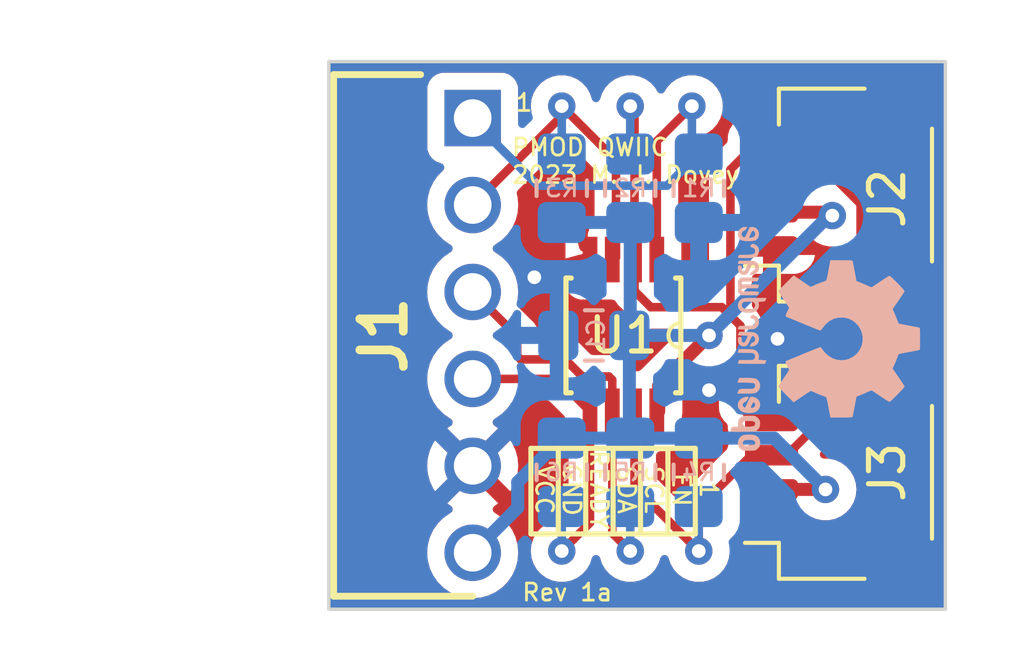
<source format=kicad_pcb>
(kicad_pcb (version 20221018) (generator pcbnew)
  (layers (0 "F.Cu" signal) (31 "B.Cu" signal) (34 "B.Paste" user) (35 "F.Paste" user) (36 "B.SilkS" user "B.Silkscreen") (37 "F.SilkS" user "F.Silkscreen") (38 "B.Mask" user) (39 "F.Mask" user) (44 "Edge.Cuts" user))
  (net 0 "")
  (net 1 "/3V3")
  (net 2 "/GND")
  (net 3 "/EN")
  (net 4 "/READY")
  (net 5 "/SDA_IN")
  (net 6 "/SCL_IN")
  (net 7 "/SCL_OUT")
  (net 8 "/SDA_OUT")
  (footprint "Digilent:PMOD (6 Pin)" (layer "F.Cu") (at 122.3 65.45 90)
    (fp_text reference "J1" (at 6.35 -2.6 90) (layer "F.SilkS") (effects (font (size 1.27 1.27) (thickness 0.254))))
    (fp_text value "PMOD (6 Pin)" hide)
    (fp_text user "1" (at 13.15 1.5 unlocked) (layer "F.SilkS") (effects (font (size 0.5 0.5) (thickness 0.08))))
    (fp_line (start -1.27 -4.06) (end 13.97 -4.06) (stroke (width 0.2)) (layer "F.SilkS"))
    (fp_line (start -1.27 0) (end -1.27 -4.06) (stroke (width 0.2)) (layer "F.SilkS"))
    (fp_line (start 13.97 -4.06) (end 13.97 -1.52) (stroke (width 0.2)) (layer "F.SilkS"))
    (pad "1" thru_hole rect (at 12.7 0 90) (size 1.65 1.65) (drill 1.1) (layers "*.Cu" "*.Mask") (net 3 "/EN"))
    (pad "2" thru_hole circle (at 10.16 0 90) (size 1.65 1.65) (drill 1.1) (layers "*.Cu" "*.Mask") (net 6 "/SCL_IN"))
    (pad "3" thru_hole circle (at 7.62 0 90) (size 1.65 1.65) (drill 1.1) (layers "*.Cu" "*.Mask") (net 5 "/SDA_IN"))
    (pad "4" thru_hole circle (at 5.08 0 90) (size 1.65 1.65) (drill 1.1) (layers "*.Cu" "*.Mask") (net 4 "/READY"))
    (pad "5" thru_hole circle (at 2.54 0 90) (size 1.65 1.65) (drill 1.1) (layers "*.Cu" "*.Mask") (net 2 "/GND"))
    (pad "6" thru_hole circle (at 0 0 90) (size 1.65 1.65) (drill 1.1) (layers "*.Cu" "*.Mask") (net 1 "/3V3"))
  )
  (footprint "SparkFun:QWIIC Socket" (layer "F.Cu") (at 133.025 55 90)
    (fp_text reference "J2" (at -0.1 1.375 90) (layer "F.SilkS"))
    (fp_text value "QWIIC Socket")
    (fp_line (start -3.11 -1.785) (end -2.06 -1.785) (stroke (width 0.12)) (layer "F.SilkS"))
    (fp_line (start -3.11 0.715) (end -3.11 -1.785) (stroke (width 0.12)) (layer "F.SilkS"))
    (fp_line (start -2.06 -1.785) (end -2.06 -2.775) (stroke (width 0.12)) (layer "F.SilkS"))
    (fp_line (start -1.94 2.685) (end 1.94 2.685) (stroke (width 0.12)) (layer "F.SilkS"))
    (fp_line (start 3.11 -1.785) (end 2.06 -1.785) (stroke (width 0.12)) (layer "F.SilkS"))
    (fp_line (start 3.11 0.715) (end 3.11 -1.785) (stroke (width 0.12)) (layer "F.SilkS"))
    (pad "1" smd roundrect (at 1.5 -2 90) (size 0.6 1.55) (layers "F.Cu" "F.Paste" "F.Mask") (net 7 "/SCL_OUT"))
    (pad "2" smd roundrect (at 0.5 -2 90) (size 0.6 1.55) (layers "F.Cu" "F.Paste" "F.Mask") (net 8 "/SDA_OUT"))
    (pad "3" smd roundrect (at -0.5 -2 90) (size 0.6 1.55) (layers "F.Cu" "F.Paste" "F.Mask") (net 1 "/3V3"))
    (pad "4" smd roundrect (at -2.8 1.875 90) (size 1.2 1.8) (layers "F.Cu" "F.Paste" "F.Mask") (roundrect_rratio 0.208333) (net 2 "/GND"))
    (pad "4" smd roundrect (at -1.5 -2 90) (size 0.6 1.55) (layers "F.Cu" "F.Paste" "F.Mask") (net 2 "/GND"))
    (pad "4" smd roundrect (at 2.8 1.875 90) (size 1.2 1.8) (layers "F.Cu" "F.Paste" "F.Mask") (roundrect_rratio 0.208333) (net 2 "/GND"))
  )
  (footprint "SparkFun:QWIIC Socket" (layer "F.Cu") (at 133.025 63.1 90)
    (fp_text reference "J3" (at 0 1.375 90) (layer "F.SilkS"))
    (fp_text value "QWIIC Socket")
    (fp_line (start -3.11 -1.785) (end -2.06 -1.785) (stroke (width 0.12)) (layer "F.SilkS"))
    (fp_line (start -3.11 0.715) (end -3.11 -1.785) (stroke (width 0.12)) (layer "F.SilkS"))
    (fp_line (start -2.06 -1.785) (end -2.06 -2.775) (stroke (width 0.12)) (layer "F.SilkS"))
    (fp_line (start -1.94 2.685) (end 1.94 2.685) (stroke (width 0.12)) (layer "F.SilkS"))
    (fp_line (start 3.11 -1.785) (end 2.06 -1.785) (stroke (width 0.12)) (layer "F.SilkS"))
    (fp_line (start 3.11 0.715) (end 3.11 -1.785) (stroke (width 0.12)) (layer "F.SilkS"))
    (pad "1" smd roundrect (at 1.5 -2 90) (size 0.6 1.55) (layers "F.Cu" "F.Paste" "F.Mask") (net 7 "/SCL_OUT"))
    (pad "2" smd roundrect (at 0.5 -2 90) (size 0.6 1.55) (layers "F.Cu" "F.Paste" "F.Mask") (net 8 "/SDA_OUT"))
    (pad "3" smd roundrect (at -0.5 -2 90) (size 0.6 1.55) (layers "F.Cu" "F.Paste" "F.Mask") (net 1 "/3V3"))
    (pad "4" smd roundrect (at -2.8 1.875 90) (size 1.2 1.8) (layers "F.Cu" "F.Paste" "F.Mask") (roundrect_rratio 0.208333) (net 2 "/GND"))
    (pad "4" smd roundrect (at -1.5 -2 90) (size 0.6 1.55) (layers "F.Cu" "F.Paste" "F.Mask") (net 2 "/GND"))
    (pad "4" smd roundrect (at 2.8 1.875 90) (size 1.2 1.8) (layers "F.Cu" "F.Paste" "F.Mask") (roundrect_rratio 0.208333) (net 2 "/GND"))
  )
  (footprint "Texas Instruments:SOIC8_DGK_TEX" (layer "F.Cu") (at 126.7 59.1 -90)
    (fp_text reference "U1" (at 0 0 unlocked) (layer "F.SilkS"))
    (fp_text value "TCA4307DGKR")
    (fp_line (start -1.6764 -1.6764) (end -1.6764 -1.523619) (stroke (width 0.1524)) (layer "F.SilkS"))
    (fp_line (start -1.6764 1.523619) (end -1.6764 1.6764) (stroke (width 0.1524)) (layer "F.SilkS"))
    (fp_line (start -1.6764 1.6764) (end 1.6764 1.6764) (stroke (width 0.1524)) (layer "F.SilkS"))
    (fp_line (start 1.6764 -1.6764) (end -1.6764 -1.6764) (stroke (width 0.1524)) (layer "F.SilkS"))
    (fp_line (start 1.6764 -1.523619) (end 1.6764 -1.6764) (stroke (width 0.1524)) (layer "F.SilkS"))
    (fp_line (start 1.6764 1.6764) (end 1.6764 1.523619) (stroke (width 0.1524)) (layer "F.SilkS"))
    (fp_arc (start 0.359999 -1.68) (mid -0.005192 -1.31642) (end -0.359745 -1.69038) (stroke (width 0.12)) (layer "F.SilkS"))
    (pad "1" smd rect (at -2.21615 -0.974979 270) (size 1.3335 0.4318) (layers "F.Cu" "F.Paste" "F.Mask") (net 3 "/EN"))
    (pad "2" smd rect (at -2.21615 -0.324993 270) (size 1.3335 0.4318) (layers "F.Cu" "F.Paste" "F.Mask") (net 7 "/SCL_OUT"))
    (pad "3" smd rect (at -2.21615 0.324993 270) (size 1.3335 0.4318) (layers "F.Cu" "F.Paste" "F.Mask") (net 6 "/SCL_IN"))
    (pad "4" smd rect (at -2.21615 0.974979 270) (size 1.3335 0.4318) (layers "F.Cu" "F.Paste" "F.Mask") (net 2 "/GND"))
    (pad "5" smd rect (at 2.21615 0.974979 270) (size 1.3335 0.4318) (layers "F.Cu" "F.Paste" "F.Mask") (net 4 "/READY"))
    (pad "6" smd rect (at 2.21615 0.324993 270) (size 1.3335 0.4318) (layers "F.Cu" "F.Paste" "F.Mask") (net 5 "/SDA_IN"))
    (pad "7" smd rect (at 2.21615 -0.324993 270) (size 1.3335 0.4318) (layers "F.Cu" "F.Paste" "F.Mask") (net 8 "/SDA_OUT"))
    (pad "8" smd rect (at 2.21615 -0.974979 270) (size 1.3335 0.4318) (layers "F.Cu" "F.Paste" "F.Mask") (net 1 "/3V3"))
  )
  (footprint "Resistor_SMD:R_0805_2012Metric_Pad1.20x1.40mm_HandSolder" (layer "B.Cu") (at 128.9 54.8 -90)
    (fp_text reference "R2" (at 0 2 180) (layer "B.SilkS") (effects (font (size 0.5 0.5) (thickness 0.08)) (justify mirror)))
    (fp_text value "10K")
    (fp_line (start -0.227064 -0.735) (end 0.227064 -0.735) (stroke (width 0.12)) (layer "B.SilkS"))
    (fp_line (start -0.227064 0.735) (end 0.227064 0.735) (stroke (width 0.12)) (layer "B.SilkS"))
    (pad "1" smd roundrect (at -1 0 270) (size 1.2 1.4) (layers "B.Cu" "B.Paste" "B.Mask") (roundrect_rratio 0.208333) (net 3 "/EN"))
    (pad "2" smd roundrect (at 1 0 270) (size 1.2 1.4) (layers "B.Cu" "B.Paste" "B.Mask") (roundrect_rratio 0.208333) (net 2 "/GND"))
  )
  (footprint "Resistor_SMD:R_0805_2012Metric_Pad1.20x1.40mm_HandSolder" (layer "B.Cu") (at 126.9 63.1 -90)
    (fp_text reference "R5" (at 0 0 -180) (layer "B.SilkS") (effects (font (size 0.5 0.5) (thickness 0.08)) (justify mirror)))
    (fp_text value "10K")
    (fp_line (start -0.227064 -0.735) (end 0.227064 -0.735) (stroke (width 0.12)) (layer "B.SilkS"))
    (fp_line (start -0.227064 0.735) (end 0.227064 0.735) (stroke (width 0.12)) (layer "B.SilkS"))
    (pad "1" smd roundrect (at -1 0 270) (size 1.2 1.4) (layers "B.Cu" "B.Paste" "B.Mask") (roundrect_rratio 0.208333) (net 1 "/3V3"))
    (pad "2" smd roundrect (at 1 0 270) (size 1.2 1.4) (layers "B.Cu" "B.Paste" "B.Mask") (roundrect_rratio 0.208333) (net 5 "/SDA_IN"))
  )
  (footprint "Symbol:OSHW-Logo2_7.3x6mm_SilkScreen" (layer "B.Cu") (at 132.6 59.2 90)
    (fp_text reference "REF1" hide)
    (fp_text value "OSHW-Logo2_7.3x6mm_SilkScreen" hide)
    (fp_poly (pts (xy 2.6526 -1.958752) (xy 2.669948 -1.966334) (xy 2.711356 -1.999128) (xy 2.746765 -2.046547) (xy 2.768664 -2.097151) (xy 2.772229 -2.122098) (xy 2.760279 -2.156927) (xy 2.734067 -2.175357) (xy 2.705964 -2.186516) (xy 2.693095 -2.188572) (xy 2.686829 -2.173649) (xy 2.674456 -2.141175) (xy 2.669028 -2.126502) (xy 2.63859 -2.075744) (xy 2.59452 -2.050427) (xy 2.53801 -2.051206) (xy 2.533825 -2.052203) (xy 2.503655 -2.066507) (xy 2.481476 -2.094393) (xy 2.466327 -2.139287) (xy 2.45725 -2.204615) (xy 2.453286 -2.293804) (xy 2.452914 -2.341261) (xy 2.45273 -2.416071) (xy 2.451522 -2.467069) (xy 2.448309 -2.499471) (xy 2.442109 -2.518495) (xy 2.43194 -2.529356) (xy 2.416819 -2.537272) (xy 2.415946 -2.53767) (xy 2.386828 -2.549981) (xy 2.372403 -2.554514) (xy 2.370186 -2.540809) (xy 2.368289 -2.502925) (xy 2.366847 -2.445715) (xy 2.365998 -2.374027) (xy 2.365829 -2.321565) (xy 2.366692 -2.220047) (xy 2.37007 -2.143032) (xy 2.377142 -2.086023) (xy 2.389088 -2.044526) (xy 2.40709 -2.014043) (xy 2.432327 -1.99008) (xy 2.457247 -1.973355) (xy 2.517171 -1.951097) (xy 2.586911 -1.946076) (xy 2.6526 -1.958752)) (stroke (width 0.01)) (fill solid) (layer "B.SilkS"))
    (fp_poly (pts (xy -1.283907 -1.92778) (xy -1.237328 -1.954723) (xy -1.204943 -1.981466) (xy -1.181258 -2.009484) (xy -1.164941 -2.043748) (xy -1.154661 -2.089227) (xy -1.149086 -2.150892) (xy -1.146884 -2.233711) (xy -1.146629 -2.293246) (xy -1.146629 -2.512391) (xy -1.208314 -2.540044) (xy -1.27 -2.567697) (xy -1.277257 -2.32767) (xy -1.280256 -2.238028) (xy -1.283402 -2.172962) (xy -1.287299 -2.128026) (xy -1.292553 -2.09877) (xy -1.299769 -2.080748) (xy -1.30955 -2.069511) (xy -1.312688 -2.067079) (xy -1.360239 -2.048083) (xy -1.408303 -2.0556) (xy -1.436914 -2.075543) (xy -1.448553 -2.089675) (xy -1.456609 -2.10822) (xy -1.461729 -2.136334) (xy -1.464559 -2.179173) (xy -1.465744 -2.241895) (xy -1.465943 -2.307261) (xy -1.465982 -2.389268) (xy -1.467386 -2.447316) (xy -1.472086 -2.486465) (xy -1.482013 -2.51178) (xy -1.499097 -2.528323) (xy -1.525268 -2.541156) (xy -1.560225 -2.554491) (xy -1.598404 -2.569007) (xy -1.593859 -2.311389) (xy -1.592029 -2.218519) (xy -1.589888 -2.149889) (xy -1.586819 -2.100711) (xy -1.582206 -2.066198) (xy -1.575432 -2.041562) (xy -1.565881 -2.022016) (xy -1.554366 -2.00477) (xy -1.49881 -1.94968) (xy -1.43102 -1.917822) (xy -1.357287 -1.910191) (xy -1.283907 -1.92778)) (stroke (width 0.01)) (fill solid) (layer "B.SilkS"))
    (fp_poly (pts (xy 0.529926 -1.949755) (xy 0.595858 -1.974084) (xy 0.649273 -2.017117) (xy 0.670164 -2.047409) (xy 0.692939 -2.102994) (xy 0.692466 -2.143186) (xy 0.668562 -2.170217) (xy 0.659717 -2.174813) (xy 0.62153 -2.189144) (xy 0.602028 -2.185472) (xy 0.595422 -2.161407) (xy 0.595086 -2.148114) (xy 0.582992 -2.09921) (xy 0.551471 -2.064999) (xy 0.507659 -2.048476) (xy 0.458695 -2.052634) (xy 0.418894 -2.074227) (xy 0.40545 -2.086544) (xy 0.395921 -2.101487) (xy 0.389485 -2.124075) (xy 0.385317 -2.159328) (xy 0.382597 -2.212266) (xy 0.380502 -2.287907) (xy 0.37996 -2.311857) (xy 0.377981 -2.39379) (xy 0.375731 -2.451455) (xy 0.372357 -2.489608) (xy 0.367006 -2.513004) (xy 0.358824 -2.526398) (xy 0.346959 -2.534545) (xy 0.339362 -2.538144) (xy 0.307102 -2.550452) (xy 0.288111 -2.554514) (xy 0.281836 -2.540948) (xy 0.278006 -2.499934) (xy 0.2766 -2.430999) (xy 0.277598 -2.333669) (xy 0.277908 -2.318657) (xy 0.280101 -2.229859) (xy 0.282693 -2.165019) (xy 0.286382 -2.119067) (xy 0.291864 -2.086935) (xy 0.299835 -2.063553) (xy 0.310993 -2.043852) (xy 0.31683 -2.03541) (xy 0.350296 -1.998057) (xy 0.387727 -1.969003) (xy 0.392309 -1.966467) (xy 0.459426 -1.946443) (xy 0.529926 -1.949755)) (stroke (width 0.01)) (fill solid) (layer "B.SilkS"))
    (fp_poly (pts (xy -0.624114 -1.851289) (xy -0.619861 -1.910613) (xy -0.614975 -1.945572) (xy -0.608205 -1.96082) (xy -0.598298 -1.961015) (xy -0.595086 -1.959195) (xy -0.552356 -1.946015) (xy -0.496773 -1.946785) (xy -0.440263 -1.960333) (xy -0.404918 -1.977861) (xy -0.368679 -2.005861) (xy -0.342187 -2.037549) (xy -0.324001 -2.077813) (xy -0.312678 -2.131543) (xy -0.306778 -2.203626) (xy -0.304857 -2.298951) (xy -0.304823 -2.317237) (xy -0.3048 -2.522646) (xy -0.350509 -2.53858) (xy -0.382973 -2.54942) (xy -0.400785 -2.554468) (xy -0.401309 -2.554514) (xy -0.403063 -2.540828) (xy -0.404556 -2.503076) (xy -0.405674 -2.446224) (xy -0.406303 -2.375234) (xy -0.4064 -2.332073) (xy -0.406602 -2.246973) (xy -0.407642 -2.185981) (xy -0.410169 -2.144177) (xy -0.414836 -2.116642) (xy -0.422293 -2.098456) (xy -0.433189 -2.084698) (xy -0.439993 -2.078073) (xy -0.486728 -2.051375) (xy -0.537728 -2.049375) (xy -0.583999 -2.071955) (xy -0.592556 -2.080107) (xy -0.605107 -2.095436) (xy -0.613812 -2.113618) (xy -0.619369 -2.139909) (xy -0.622474 -2.179562) (xy -0.623824 -2.237832) (xy -0.624114 -2.318173) (xy -0.624114 -2.522646) (xy -0.669823 -2.53858) (xy -0.702287 -2.54942) (xy -0.720099 -2.554468) (xy -0.720623 -2.554514) (xy -0.721963 -2.540623) (xy -0.723172 -2.501439) (xy -0.724199 -2.4407) (xy -0.724998 -2.362141) (xy -0.725519 -2.269498) (xy -0.725714 -2.166509) (xy -0.725714 -1.769342) (xy -0.678543 -1.749444) (xy -0.631371 -1.729547) (xy -0.624114 -1.851289)) (stroke (width 0.01)) (fill solid) (layer "B.SilkS"))
    (fp_poly (pts (xy 1.779833 -1.958663) (xy 1.782048 -1.99685) (xy 1.783784 -2.054886) (xy 1.784899 -2.12818) (xy 1.785257 -2.205055) (xy 1.785257 -2.465196) (xy 1.739326 -2.511127) (xy 1.707675 -2.539429) (xy 1.67989 -2.550893) (xy 1.641915 -2.550168) (xy 1.62684 -2.548321) (xy 1.579726 -2.542948) (xy 1.540756 -2.539869) (xy 1.531257 -2.539585) (xy 1.499233 -2.541445) (xy 1.453432 -2.546114) (xy 1.435674 -2.548321) (xy 1.392057 -2.551735) (xy 1.362745 -2.54432) (xy 1.33368 -2.521427) (xy 1.323188 -2.511127) (xy 1.277257 -2.465196) (xy 1.277257 -1.978602) (xy 1.314226 -1.961758) (xy 1.346059 -1.949282) (xy 1.364683 -1.944914) (xy 1.369458 -1.958718) (xy 1.373921 -1.997286) (xy 1.377775 -2.056356) (xy 1.380722 -2.131663) (xy 1.382143 -2.195286) (xy 1.386114 -2.445657) (xy 1.420759 -2.450556) (xy 1.452268 -2.447131) (xy 1.467708 -2.436041) (xy 1.472023 -2.415308) (xy 1.475708 -2.371145) (xy 1.478469 -2.309146) (xy 1.480012 -2.234909) (xy 1.480235 -2.196706) (xy 1.480457 -1.976783) (xy 1.526166 -1.960849) (xy 1.558518 -1.950015) (xy 1.576115 -1.944962) (xy 1.576623 -1.944914) (xy 1.578388 -1.958648) (xy 1.580329 -1.99673) (xy 1.582282 -2.054482) (xy 1.584084 -2.127227) (xy 1.585343 -2.195286) (xy 1.589314 -2.445657) (xy 1.6764 -2.445657) (xy 1.680396 -2.21724) (xy 1.684392 -1.988822) (xy 1.726847 -1.966868) (xy 1.758192 -1.951793) (xy 1.776744 -1.944951) (xy 1.777279 -1.944914) (xy 1.779833 -1.958663)) (stroke (width 0.01)) (fill solid) (layer "B.SilkS"))
    (fp_poly (pts (xy -2.958885 -1.921962) (xy -2.890855 -1.957733) (xy -2.840649 -2.015301) (xy -2.822815 -2.052312) (xy -2.808937 -2.107882) (xy -2.801833 -2.178096) (xy -2.80116 -2.254727) (xy -2.806573 -2.329552) (xy -2.81773 -2.394342) (xy -2.834286 -2.440873) (xy -2.839374 -2.448887) (xy -2.899645 -2.508707) (xy -2.971231 -2.544535) (xy -3.048908 -2.55502) (xy -3.127452 -2.53881) (xy -3.149311 -2.529092) (xy -3.191878 -2.499143) (xy -3.229237 -2.459433) (xy -3.232768 -2.454397) (xy -3.247119 -2.430124) (xy -3.256606 -2.404178) (xy -3.26221 -2.370022) (xy -3.264914 -2.321119) (xy -3.265701 -2.250935) (xy -3.265714 -2.2352) (xy -3.265678 -2.230192) (xy -3.120571 -2.230192) (xy -3.119727 -2.29643) (xy -3.116404 -2.340386) (xy -3.109417 -2.368779) (xy -3.097584 -2.388325) (xy -3.091543 -2.394857) (xy -3.056814 -2.41968) (xy -3.023097 -2.418548) (xy -2.989005 -2.397016) (xy -2.968671 -2.374029) (xy -2.956629 -2.340478) (xy -2.949866 -2.287569) (xy -2.949402 -2.281399) (xy -2.948248 -2.185513) (xy -2.960312 -2.114299) (xy -2.98543 -2.068194) (xy -3.02344 -2.047635) (xy -3.037008 -2.046514) (xy -3.072636 -2.052152) (xy -3.097006 -2.071686) (xy -3.111907 -2.109042) (xy -3.119125 -2.16815) (xy -3.120571 -2.230192) (xy -3.265678 -2.230192) (xy -3.265174 -2.160413) (xy -3.262904 -2.108159) (xy -3.257932 -2.071949) (xy -3.249287 -2.045299) (xy -3.235995 -2.021722) (xy -3.233057 -2.017338) (xy -3.183687 -1.958249) (xy -3.129891 -1.923947) (xy -3.064398 -1.910331) (xy -3.042158 -1.909665) (xy -2.958885 -1.921962)) (stroke (width 0.01)) (fill solid) (layer "B.SilkS"))
    (fp_poly (pts (xy 3.153595 -1.966966) (xy 3.211021 -2.004497) (xy 3.238719 -2.038096) (xy 3.260662 -2.099064) (xy 3.262405 -2.147308) (xy 3.258457 -2.211816) (xy 3.109686 -2.276934) (xy 3.037349 -2.310202) (xy 2.990084 -2.336964) (xy 2.965507 -2.360144) (xy 2.961237 -2.382667) (xy 2.974889 -2.407455) (xy 2.989943 -2.423886) (xy 3.033746 -2.450235) (xy 3.081389 -2.452081) (xy 3.125145 -2.431546) (xy 3.157289 -2.390752) (xy 3.163038 -2.376347) (xy 3.190576 -2.331356) (xy 3.222258 -2.312182) (xy 3.265714 -2.295779) (xy 3.265714 -2.357966) (xy 3.261872 -2.400283) (xy 3.246823 -2.435969) (xy 3.21528 -2.476943) (xy 3.210592 -2.482267) (xy 3.175506 -2.51872) (xy 3.145347 -2.538283) (xy 3.107615 -2.547283) (xy 3.076335 -2.55023) (xy 3.020385 -2.550965) (xy 2.980555 -2.54166) (xy 2.955708 -2.527846) (xy 2.916656 -2.497467) (xy 2.889625 -2.464613) (xy 2.872517 -2.423294) (xy 2.863238 -2.367521) (xy 2.859693 -2.291305) (xy 2.85941 -2.252622) (xy 2.860372 -2.206247) (xy 2.948007 -2.206247) (xy 2.949023 -2.231126) (xy 2.951556 -2.2352) (xy 2.968274 -2.229665) (xy 3.004249 -2.215017) (xy 3.052331 -2.19419) (xy 3.062386 -2.189714) (xy 3.123152 -2.158814) (xy 3.156632 -2.131657) (xy 3.16399 -2.10622) (xy 3.146391 -2.080481) (xy 3.131856 -2.069109) (xy 3.07941 -2.046364) (xy 3.030322 -2.050122) (xy 2.989227 -2.077884) (xy 2.960758 -2.127152) (xy 2.951631 -2.166257) (xy 2.948007 -2.206247) (xy 2.860372 -2.206247) (xy 2.861285 -2.162249) (xy 2.868196 -2.095384) (xy 2.881884 -2.046695) (xy 2.904096 -2.010849) (xy 2.936574 -1.982513) (xy 2.950733 -1.973355) (xy 3.015053 -1.949507) (xy 3.085473 -1.948006) (xy 3.153595 -1.966966)) (stroke (width 0.01)) (fill solid) (layer "B.SilkS"))
    (fp_poly (pts (xy 1.190117 -2.065358) (xy 1.189933 -2.173837) (xy 1.189219 -2.257287) (xy 1.187675 -2.319704) (xy 1.185001 -2.365085) (xy 1.180894 -2.397429) (xy 1.175055 -2.420733) (xy 1.167182 -2.438995) (xy 1.161221 -2.449418) (xy 1.111855 -2.505945) (xy 1.049264 -2.541377) (xy 0.980013 -2.55409) (xy 0.910668 -2.542463) (xy 0.869375 -2.521568) (xy 0.826025 -2.485422) (xy 0.796481 -2.441276) (xy 0.778655 -2.383462) (xy 0.770463 -2.306313) (xy 0.769302 -2.249714) (xy 0.769458 -2.245647) (xy 0.870857 -2.245647) (xy 0.871476 -2.31055) (xy 0.874314 -2.353514) (xy 0.88084 -2.381622) (xy 0.892523 -2.401953) (xy 0.906483 -2.417288) (xy 0.953365 -2.44689) (xy 1.003701 -2.449419) (xy 1.051276 -2.424705) (xy 1.054979 -2.421356) (xy 1.070783 -2.403935) (xy 1.080693 -2.383209) (xy 1.086058 -2.352362) (xy 1.088228 -2.304577) (xy 1.088571 -2.251748) (xy 1.087827 -2.185381) (xy 1.084748 -2.141106) (xy 1.078061 -2.112009) (xy 1.066496 -2.091173) (xy 1.057013 -2.080107) (xy 1.01296 -2.052198) (xy 0.962224 -2.048843) (xy 0.913796 -2.070159) (xy 0.90445 -2.078073) (xy 0.88854 -2.095647) (xy 0.87861 -2.116587) (xy 0.873278 -2.147782) (xy 0.871163 -2.196122) (xy 0.870857 -2.245647) (xy 0.769458 -2.245647) (xy 0.77281 -2.158568) (xy 0.784726 -2.090086) (xy 0.807135 -2.0386) (xy 0.842124 -1.998443) (xy 0.869375 -1.977861) (xy 0.918907 -1.955625) (xy 0.976316 -1.945304) (xy 1.029682 -1.948067) (xy 1.059543 -1.959212) (xy 1.071261 -1.962383) (xy 1.079037 -1.950557) (xy 1.084465 -1.918866) (xy 1.088571 -1.870593) (xy 1.093067 -1.816829) (xy 1.099313 -1.784482) (xy 1.110676 -1.765985) (xy 1.130528 -1.75377) (xy 1.143 -1.748362) (xy 1.190171 -1.728601) (xy 1.190117 -2.065358)) (stroke (width 0.01)) (fill solid) (layer "B.SilkS"))
    (fp_poly (pts (xy -1.831697 -1.931239) (xy -1.774473 -1.969735) (xy -1.730251 -2.025335) (xy -1.703833 -2.096086) (xy -1.69849 -2.148162) (xy -1.699097 -2.169893) (xy -1.704178 -2.186531) (xy -1.718145 -2.201437) (xy -1.745411 -2.217973) (xy -1.790388 -2.239498) (xy -1.857489 -2.269374) (xy -1.857829 -2.269524) (xy -1.919593 -2.297813) (xy -1.970241 -2.322933) (xy -2.004596 -2.342179) (xy -2.017482 -2.352848) (xy -2.017486 -2.352934) (xy -2.006128 -2.376166) (xy -1.979569 -2.401774) (xy -1.949077 -2.420221) (xy -1.93363 -2.423886) (xy -1.891485 -2.411212) (xy -1.855192 -2.379471) (xy -1.837483 -2.344572) (xy -1.820448 -2.318845) (xy -1.787078 -2.289546) (xy -1.747851 -2.264235) (xy -1.713244 -2.250471) (xy -1.706007 -2.249714) (xy -1.697861 -2.26216) (xy -1.69737 -2.293972) (xy -1.703357 -2.336866) (xy -1.714643 -2.382558) (xy -1.73005 -2.422761) (xy -1.730829 -2.424322) (xy -1.777196 -2.489062) (xy -1.837289 -2.533097) (xy -1.905535 -2.554711) (xy -1.976362 -2.552185) (xy -2.044196 -2.523804) (xy -2.047212 -2.521808) (xy -2.100573 -2.473448) (xy -2.13566 -2.410352) (xy -2.155078 -2.327387) (xy -2.157684 -2.304078) (xy -2.162299 -2.194055) (xy -2.156767 -2.142748) (xy -2.017486 -2.142748) (xy -2.015676 -2.174753) (xy -2.005778 -2.184093) (xy -1.981102 -2.177105) (xy -1.942205 -2.160587) (xy -1.898725 -2.139881) (xy -1.897644 -2.139333) (xy -1.860791 -2.119949) (xy -1.846 -2.107013) (xy -1.849647 -2.093451) (xy -1.865005 -2.075632) (xy -1.904077 -2.049845) (xy -1.946154 -2.04795) (xy -1.983897 -2.066717) (xy -2.009966 -2.102915) (xy -2.017486 -2.142748) (xy -2.156767 -2.142748) (xy -2.152806 -2.106027) (xy -2.12845 -2.036212) (xy -2.094544 -1.987302) (xy -2.033347 -1.937878) (xy -1.965937 -1.913359) (xy -1.89712 -1.911797) (xy -1.831697 -1.931239)) (stroke (width 0.01)) (fill solid) (layer "B.SilkS"))
    (fp_poly (pts (xy 0.039744 -1.950968) (xy 0.096616 -1.972087) (xy 0.097267 -1.972493) (xy 0.13244 -1.99838) (xy 0.158407 -2.028633) (xy 0.17667 -2.068058) (xy 0.188732 -2.121462) (xy 0.196096 -2.193651) (xy 0.200264 -2.289432) (xy 0.200629 -2.303078) (xy 0.205876 -2.508842) (xy 0.161716 -2.531678) (xy 0.129763 -2.54711) (xy 0.11047 -2.554423) (xy 0.109578 -2.554514) (xy 0.106239 -2.541022) (xy 0.103587 -2.504626) (xy 0.101956 -2.451452) (xy 0.1016 -2.408393) (xy 0.101592 -2.338641) (xy 0.098403 -2.294837) (xy 0.087288 -2.273944) (xy 0.063501 -2.272925) (xy 0.022296 -2.288741) (xy -0.039914 -2.317815) (xy -0.085659 -2.341963) (xy -0.109187 -2.362913) (xy -0.116104 -2.385747) (xy -0.116114 -2.386877) (xy -0.104701 -2.426212) (xy -0.070908 -2.447462) (xy -0.019191 -2.450539) (xy 0.018061 -2.450006) (xy 0.037703 -2.460735) (xy 0.049952 -2.486505) (xy 0.057002 -2.519337) (xy 0.046842 -2.537966) (xy 0.043017 -2.540632) (xy 0.007001 -2.55134) (xy -0.043434 -2.552856) (xy -0.095374 -2.545759) (xy -0.132178 -2.532788) (xy -0.183062 -2.489585) (xy -0.211986 -2.429446) (xy -0.217714 -2.382462) (xy -0.213343 -2.340082) (xy -0.197525 -2.305488) (xy -0.166203 -2.274763) (xy -0.115322 -2.24399) (xy -0.040824 -2.209252) (xy -0.036286 -2.207288) (xy 0.030821 -2.176287) (xy 0.072232 -2.150862) (xy 0.089981 -2.128014) (xy 0.086107 -2.104745) (xy 0.062643 -2.078056) (xy 0.055627 -2.071914) (xy 0.00863 -2.0481) (xy -0.040067 -2.049103) (xy -0.082478 -2.072451) (xy -0.110616 -2.115675) (xy -0.113231 -2.12416) (xy -0.138692 -2.165308) (xy -0.170999 -2.185128) (xy -0.217714 -2.20477) (xy -0.217714 -2.15395) (xy -0.203504 -2.080082) (xy -0.161325 -2.012327) (xy -0.139376 -1.989661) (xy -0.089483 -1.960569) (xy -0.026033 -1.9474) (xy 0.039744 -1.950968)) (stroke (width 0.01)) (fill solid) (layer "B.SilkS"))
    (fp_poly (pts (xy -2.400256 -1.919918) (xy -2.344799 -1.947568) (xy -2.295852 -1.99848) (xy -2.282371 -2.017338) (xy -2.267686 -2.042015) (xy -2.258158 -2.068816) (xy -2.252707 -2.104587) (xy -2.250253 -2.156169) (xy -2.249714 -2.224267) (xy -2.252148 -2.317588) (xy -2.260606 -2.387657) (xy -2.276826 -2.439931) (xy -2.302546 -2.479869) (xy -2.339503 -2.512929) (xy -2.342218 -2.514886) (xy -2.37864 -2.534908) (xy -2.422498 -2.544815) (xy -2.478276 -2.547257) (xy -2.568952 -2.547257) (xy -2.56899 -2.635283) (xy -2.569834 -2.684308) (xy -2.574976 -2.713065) (xy -2.588413 -2.730311) (xy -2.614142 -2.744808) (xy -2.620321 -2.747769) (xy -2.649236 -2.761648) (xy -2.671624 -2.770414) (xy -2.688271 -2.771171) (xy -2.699964 -2.761023) (xy -2.70749 -2.737073) (xy -2.711634 -2.696426) (xy -2.713185 -2.636186) (xy -2.712929 -2.553455) (xy -2.711651 -2.445339) (xy -2.711252 -2.413) (xy -2.709815 -2.301524) (xy -2.708528 -2.228603) (xy -2.569029 -2.228603) (xy -2.568245 -2.290499) (xy -2.56476 -2.330997) (xy -2.556876 -2.357708) (xy -2.542895 -2.378244) (xy -2.533403 -2.38826) (xy -2.494596 -2.417567) (xy -2.460237 -2.419952) (xy -2.424784 -2.39575) (xy -2.423886 -2.394857) (xy -2.409461 -2.376153) (xy -2.400687 -2.350732) (xy -2.396261 -2.311584) (xy -2.394882 -2.251697) (xy -2.394857 -2.23843) (xy -2.398188 -2.155901) (xy -2.409031 -2.098691) (xy -2.42866 -2.063766) (xy -2.45835 -2.048094) (xy -2.475509 -2.046514) (xy -2.516234 -2.053926) (xy -2.544168 -2.07833) (xy -2.560983 -2.12298) (xy -2.56835 -2.19113) (xy -2.569029 -2.228603) (xy -2.708528 -2.228603) (xy -2.708292 -2.215245) (xy -2.706323 -2.150333) (xy -2.70355 -2.102958) (xy -2.699612 -2.06929) (xy -2.694151 -2.045498) (xy -2.686808 -2.027753) (xy -2.677223 -2.012224) (xy -2.673113 -2.006381) (xy -2.618595 -1.951185) (xy -2.549664 -1.91989) (xy -2.469928 -1.911165) (xy -2.400256 -1.919918)) (stroke (width 0.01)) (fill solid) (layer "B.SilkS"))
    (fp_poly (pts (xy 2.144876 -1.956335) (xy 2.186667 -1.975344) (xy 2.219469 -1.998378) (xy 2.243503 -2.024133) (xy 2.260097 -2.057358) (xy 2.270577 -2.1028) (xy 2.276271 -2.165207) (xy 2.278507 -2.249327) (xy 2.278743 -2.304721) (xy 2.278743 -2.520826) (xy 2.241774 -2.53767) (xy 2.212656 -2.549981) (xy 2.198231 -2.554514) (xy 2.195472 -2.541025) (xy 2.193282 -2.504653) (xy 2.191942 -2.451542) (xy 2.191657 -2.409372) (xy 2.190434 -2.348447) (xy 2.187136 -2.300115) (xy 2.182321 -2.270518) (xy 2.178496 -2.264229) (xy 2.152783 -2.270652) (xy 2.112418 -2.287125) (xy 2.065679 -2.309458) (xy 2.020845 -2.333457) (xy 1.986193 -2.35493) (xy 1.970002 -2.369685) (xy 1.969938 -2.369845) (xy 1.97133 -2.397152) (xy 1.983818 -2.423219) (xy 2.005743 -2.444392) (xy 2.037743 -2.451474) (xy 2.065092 -2.450649) (xy 2.103826 -2.450042) (xy 2.124158 -2.459116) (xy 2.136369 -2.483092) (xy 2.137909 -2.487613) (xy 2.143203 -2.521806) (xy 2.129047 -2.542568) (xy 2.092148 -2.552462) (xy 2.052289 -2.554292) (xy 1.980562 -2.540727) (xy 1.943432 -2.521355) (xy 1.897576 -2.475845) (xy 1.873256 -2.419983) (xy 1.871073 -2.360957) (xy 1.891629 -2.305953) (xy 1.922549 -2.271486) (xy 1.95342 -2.252189) (xy 2.001942 -2.227759) (xy 2.058485 -2.202985) (xy 2.06791 -2.199199) (xy 2.130019 -2.171791) (xy 2.165822 -2.147634) (xy 2.177337 -2.123619) (xy 2.16658 -2.096635) (xy 2.148114 -2.075543) (xy 2.104469 -2.049572) (xy 2.056446 -2.047624) (xy 2.012406 -2.067637) (xy 1.980709 -2.107551) (xy 1.976549 -2.117848) (xy 1.952327 -2.155724) (xy 1.916965 -2.183842) (xy 1.872343 -2.206917) (xy 1.872343 -2.141485) (xy 1.874969 -2.101506) (xy 1.88623 -2.069997) (xy 1.911199 -2.036378) (xy 1.935169 -2.010484) (xy 1.972441 -1.973817) (xy 2.001401 -1.954121) (xy 2.032505 -1.94622) (xy 2.067713 -1.944914) (xy 2.144876 -1.956335)) (stroke (width 0.01)) (fill solid) (layer "B.SilkS"))
    (fp_poly (pts (xy 0.10391 2.757652) (xy 0.182454 2.757222) (xy 0.239298 2.756058) (xy 0.278105 2.753793) (xy 0.302538 2.75006) (xy 0.316262 2.744494) (xy 0.32294 2.736727) (xy 0.326236 2.726395) (xy 0.326556 2.725057) (xy 0.331562 2.700921) (xy 0.340829 2.653299) (xy 0.353392 2.587259) (xy 0.368287 2.507872) (xy 0.384551 2.420204) (xy 0.385119 2.417125) (xy 0.40141 2.331211) (xy 0.416652 2.255304) (xy 0.429861 2.193955) (xy 0.440054 2.151718) (xy 0.446248 2.133145) (xy 0.446543 2.132816) (xy 0.464788 2.123747) (xy 0.502405 2.108633) (xy 0.551271 2.090738) (xy 0.551543 2.090642) (xy 0.613093 2.067507) (xy 0.685657 2.038035) (xy 0.754057 2.008403) (xy 0.757294 2.006938) (xy 0.868702 1.956374) (xy 1.115399 2.12484) (xy 1.191077 2.176197) (xy 1.259631 2.222111) (xy 1.317088 2.25997) (xy 1.359476 2.287163) (xy 1.382825 2.301079) (xy 1.385042 2.302111) (xy 1.40201 2.297516) (xy 1.433701 2.275345) (xy 1.481352 2.234553) (xy 1.546198 2.174095) (xy 1.612397 2.109773) (xy 1.676214 2.046388) (xy 1.733329 1.988549) (xy 1.780305 1.939825) (xy 1.813703 1.90379) (xy 1.830085 1.884016) (xy 1.830694 1.882998) (xy 1.832505 1.869428) (xy 1.825683 1.847267) (xy 1.80854 1.813522) (xy 1.779393 1.7652) (xy 1.736555 1.699308) (xy 1.679448 1.614483) (xy 1.628766 1.539823) (xy 1.583461 1.47286) (xy 1.54615 1.417484) (xy 1.519452 1.37758) (xy 1.505985 1.357038) (xy 1.505137 1.355644) (xy 1.506781 1.335962) (xy 1.519245 1.297707) (xy 1.540048 1.248111) (xy 1.547462 1.232272) (xy 1.579814 1.16171) (xy 1.614328 1.081647) (xy 1.642365 1.012371) (xy 1.662568 0.960955) (xy 1.678615 0.921881) (xy 1.687888 0.901459) (xy 1.689041 0.899886) (xy 1.706096 0.897279) (xy 1.746298 0.890137) (xy 1.804302 0.879477) (xy 1.874763 0.866315) (xy 1.952335 0.851667) (xy 2.031672 0.836551) (xy 2.107431 0.821982) (xy 2.174264 0.808978) (xy 2.226828 0.798555) (xy 2.259776 0.79173) (xy 2.267857 0.789801) (xy 2.276205 0.785038) (xy 2.282506 0.774282) (xy 2.287045 0.753902) (xy 2.290104 0.720266) (xy 2.291967 0.669745) (xy 2.292918 0.598708) (xy 2.29324 0.503524) (xy 2.293257 0.464508) (xy 2.293257 0.147201) (xy 2.217057 0.132161) (xy 2.174663 0.124005) (xy 2.1114 0.112101) (xy 2.034962 0.097884) (xy 1.953043 0.08279) (xy 1.9304 0.078645) (xy 1.854806 0.063947) (xy 1.788953 0.049495) (xy 1.738366 0.036625) (xy 1.708574 0.026678) (xy 1.703612 0.023713) (xy 1.691426 0.002717) (xy 1.673953 -0.037967) (xy 1.654577 -0.090322) (xy 1.650734 -0.1016) (xy 1.625339 -0.171523) (xy 1.593817 -0.250418) (xy 1.562969 -0.321266) (xy 1.562817 -0.321595) (xy 1.511447 -0.432733) (xy 1.680399 -0.681253) (xy 1.849352 -0.929772) (xy 1.632429 -1.147058) (xy 1.566819 -1.211726) (xy 1.506979 -1.268733) (xy 1.456267 -1.315033) (xy 1.418046 -1.347584) (xy 1.395675 -1.363343) (xy 1.392466 -1.364343) (xy 1.373626 -1.356469) (xy 1.33518 -1.334578) (xy 1.28133 -1.301267) (xy 1.216276 -1.259131) (xy 1.14594 -1.211943) (xy 1.074555 -1.16381) (xy 1.010908 -1.121928) (xy 0.959041 -1.088871) (xy 0.922995 -1.067218) (xy 0.906867 -1.059543) (xy 0.887189 -1.066037) (xy 0.849875 -1.08315) (xy 0.802621 -1.107326) (xy 0.797612 -1.110013) (xy 0.733977 -1.141927) (xy 0.690341 -1.157579) (xy 0.663202 -1.157745) (xy 0.649057 -1.143204) (xy 0.648975 -1.143) (xy 0.641905 -1.125779) (xy 0.625042 -1.084899) (xy 0.599695 -1.023525) (xy 0.567171 -0.944819) (xy 0.528778 -0.851947) (xy 0.485822 -0.748072) (xy 0.444222 -0.647502) (xy 0.398504 -0.536516) (xy 0.356526 -0.433703) (xy 0.319548 -0.342215) (xy 0.288827 -0.265201) (xy 0.265622 -0.205815) (xy 0.25119 -0.167209) (xy 0.246743 -0.1528) (xy 0.257896 -0.136272) (xy 0.287069 -0.10993) (xy 0.325971 -0.080887) (xy 0.436757 0.010961) (xy 0.523351 0.116241) (xy 0.584716 0.232734) (xy 0.619815 0.358224) (xy 0.627608 0.490493) (xy 0.621943 0.551543) (xy 0.591078 0.678205) (xy 0.53792 0.790059) (xy 0.465767 0.885999) (xy 0.377917 0.964924) (xy 0.277665 1.02573) (xy 0.16831 1.067313) (xy 0.053147 1.088572) (xy -0.064525 1.088401) (xy -0.18141 1.065699) (xy -0.294211 1.019362) (xy -0.399631 0.948287) (xy -0.443632 0.908089) (xy -0.528021 0.804871) (xy -0.586778 0.692075) (xy -0.620296 0.57299) (xy -0.628965 0.450905) (xy -0.613177 0.329107) (xy -0.573322 0.210884) (xy -0.509793 0.099525) (xy -0.422979 -0.001684) (xy -0.325971 -0.080887) (xy -0.285563 -0.111162) (xy -0.257018 -0.137219) (xy -0.246743 -0.152825) (xy -0.252123 -0.169843) (xy -0.267425 -0.2105) (xy -0.291388 -0.271642) (xy -0.322756 -0.350119) (xy -0.360268 -0.44278) (xy -0.402667 -0.546472) (xy -0.444337 -0.647526) (xy -0.49031 -0.758607) (xy -0.532893 -0.861541) (xy -0.570779 -0.953165) (xy -0.60266 -1.030316) (xy -0.627229 -1.089831) (xy -0.64318 -1.128544) (xy -0.64909 -1.143) (xy -0.663052 -1.157685) (xy -0.69006 -1.157642) (xy -0.733587 -1.142099) (xy -0.79711 -1.110284) (xy -0.797612 -1.110013) (xy -0.84544 -1.085323) (xy -0.884103 -1.067338) (xy -0.905905 -1.059614) (xy -0.906867 -1.059543) (xy -0.923279 -1.067378) (xy -0.959513 -1.089165) (xy -1.011526 -1.122328) (xy -1.075275 -1.164291) (xy -1.14594 -1.211943) (xy -1.217884 -1.260191) (xy -1.282726 -1.302151) (xy -1.336265 -1.335227) (xy -1.374303 -1.356821) (xy -1.392467 -1.364343) (xy -1.409192 -1.354457) (xy -1.44282 -1.326826) (xy -1.48999 -1.284495) (xy -1.547342 -1.230505) (xy -1.611516 -1.167899) (xy -1.632503 -1.146983) (xy -1.849501 -0.929623) (xy -1.684332 -0.68722) (xy -1.634136 -0.612781) (xy -1.590081 -0.545972) (xy -1.554638 -0.490665) (xy -1.530281 -0.450729) (xy -1.519478 -0.430036) (xy -1.519162 -0.428563) (xy -1.524857 -0.409058) (xy -1.540174 -0.369822) (xy -1.562463 -0.31743) (xy -1.578107 -0.282355) (xy -1.607359 -0.215201) (xy -1.634906 -0.147358) (xy -1.656263 -0.090034) (xy -1.662065 -0.072572) (xy -1.678548 -0.025938) (xy -1.69466 0.010095) (xy -1.70351 0.023713) (xy -1.72304 0.032048) (xy -1.765666 0.043863) (xy -1.825855 0.057819) (xy -1.898078 0.072578) (xy -1.9304 0.078645) (xy -2.012478 0.093727) (xy -2.091205 0.108331) (xy -2.158891 0.12102) (xy -2.20784 0.130358) (xy -2.217057 0.132161) (xy -2.293257 0.147201) (xy -2.293257 0.464508) (xy -2.293086 0.568846) (xy -2.292384 0.647787) (xy -2.290866 0.704962) (xy -2.288251 0.744001) (xy -2.284254 0.768535) (xy -2.278591 0.782195) (xy -2.27098 0.788611) (xy -2.267857 0.789801) (xy -2.249022 0.79402) (xy -2.207412 0.802438) (xy -2.14837 0.814039) (xy -2.077243 0.827805) (xy -1.999375 0.84272) (xy -1.920113 0.857768) (xy -1.844802 0.871931) (xy -1.778787 0.884194) (xy -1.727413 0.893539) (xy -1.696025 0.89895) (xy -1.689041 0.899886) (xy -1.682715 0.912404) (xy -1.66871 0.945754) (xy -1.649645 0.993623) (xy -1.642366 1.012371) (xy -1.613004 1.084805) (xy -1.578429 1.16483) (xy -1.547463 1.232272) (xy -1.524677 1.283841) (xy -1.509518 1.326215) (xy -1.504458 1.352166) (xy -1.505264 1.355644) (xy -1.515959 1.372064) (xy -1.54038 1.408583) (xy -1.575905 1.461313) (xy -1.619913 1.526365) (xy -1.669783 1.599849) (xy -1.679644 1.614355) (xy -1.737508 1.700296) (xy -1.780044 1.765739) (xy -1.808946 1.813696) (xy -1.82591 1.84718) (xy -1.832633 1.869205) (xy -1.83081 1.882783) (xy -1.830764 1.882869) (xy -1.816414 1.900703) (xy -1.784677 1.935183) (xy -1.73899 1.982732) (xy -1.682796 2.039778) (xy -1.619532 2.102745) (xy -1.612398 2.109773) (xy -1.53267 2.18698) (xy -1.471143 2.24367) (xy -1.426579 2.28089) (xy -1.397743 2.299685) (xy -1.385042 2.302111) (xy -1.366506 2.291529) (xy -1.328039 2.267084) (xy -1.273614 2.231388) (xy -1.207202 2.187053) (xy -1.132775 2.136689) (xy -1.115399 2.12484) (xy -0.868703 1.956374) (xy -0.757294 2.006938) (xy -0.689543 2.036405) (xy -0.616817 2.066041) (xy -0.554297 2.08967) (xy -0.551543 2.090642) (xy -0.50264 2.108543) (xy -0.464943 2.12368) (xy -0.446575 2.13279) (xy -0.446544 2.132816) (xy -0.440715 2.149283) (xy -0.430808 2.189781) (xy -0.417805 2.249758) (xy -0.402691 2.32466) (xy -0.386448 2.409936) (xy -0.385119 2.417125) (xy -0.368825 2.504986) (xy -0.353867 2.58474) (xy -0.341209 2.651319) (xy -0.331814 2.699653) (xy -0.326646 2.724675) (xy -0.326556 2.725057) (xy -0.323411 2.735701) (xy -0.317296 2.743738) (xy -0.304547 2.749533) (xy -0.2815 2.753453) (xy -0.244491 2.755865) (xy -0.189856 2.757135) (xy -0.113933 2.757629) (xy -0.013056 2.757714) (xy 0 2.757714) (xy 0.10391 2.757652)) (stroke (width 0.01)) (fill solid) (layer "B.SilkS"))
  )
  (footprint "Resistor_SMD:R_0805_2012Metric_Pad1.20x1.40mm_HandSolder" (layer "B.Cu") (at 124.9 63.1 -90)
    (fp_text reference "R6" (at 0 0 -180) (layer "B.SilkS") (effects (font (size 0.5 0.5) (thickness 0.08)) (justify mirror)))
    (fp_text value "10K")
    (fp_line (start -0.227064 -0.735) (end 0.227064 -0.735) (stroke (width 0.12)) (layer "B.SilkS"))
    (fp_line (start -0.227064 0.735) (end 0.227064 0.735) (stroke (width 0.12)) (layer "B.SilkS"))
    (pad "1" smd roundrect (at -1 0 270) (size 1.2 1.4) (layers "B.Cu" "B.Paste" "B.Mask") (roundrect_rratio 0.208333) (net 1 "/3V3"))
    (pad "2" smd roundrect (at 1 0 270) (size 1.2 1.4) (layers "B.Cu" "B.Paste" "B.Mask") (roundrect_rratio 0.208333) (net 4 "/READY"))
  )
  (footprint "Capacitor_SMD:C_0805_2012Metric_Pad1.18x1.45mm_HandSolder" (layer "B.Cu") (at 125.8375 59.1 180)
    (fp_text reference "C1" (at -0.0625 0 90) (layer "B.SilkS") (effects (font (size 0.5 0.5) (thickness 0.08)) (justify mirror)))
    (fp_text value "0.1uF")
    (fp_line (start -0.261252 -0.735) (end 0.261252 -0.735) (stroke (width 0.12)) (layer "B.SilkS"))
    (fp_line (start -0.261252 0.735) (end 0.261252 0.735) (stroke (width 0.12)) (layer "B.SilkS"))
    (pad "1" smd roundrect (at -1.0375 0 180) (size 1.175 1.45) (layers "B.Cu" "B.Paste" "B.Mask") (roundrect_rratio 0.212766) (net 1 "/3V3"))
    (pad "2" smd roundrect (at 1.0375 0 180) (size 1.175 1.45) (layers "B.Cu" "B.Paste" "B.Mask") (roundrect_rratio 0.212766) (net 2 "/GND"))
  )
  (footprint "Resistor_SMD:R_0805_2012Metric_Pad1.20x1.40mm_HandSolder" (layer "B.Cu") (at 124.9 54.8 90)
    (fp_text reference "R3" (at 0 0 180) (layer "B.SilkS") (effects (font (size 0.5 0.5) (thickness 0.08)) (justify mirror)))
    (fp_text value "10K")
    (fp_line (start -0.227064 -0.735) (end 0.227064 -0.735) (stroke (width 0.12)) (layer "B.SilkS"))
    (fp_line (start -0.227064 0.735) (end 0.227064 0.735) (stroke (width 0.12)) (layer "B.SilkS"))
    (pad "1" smd roundrect (at -1 0 90) (size 1.2 1.4) (layers "B.Cu" "B.Paste" "B.Mask") (roundrect_rratio 0.208333) (net 1 "/3V3"))
    (pad "2" smd roundrect (at 1 0 90) (size 1.2 1.4) (layers "B.Cu" "B.Paste" "B.Mask") (roundrect_rratio 0.208333) (net 6 "/SCL_IN"))
  )
  (footprint "Resistor_SMD:R_0805_2012Metric_Pad1.20x1.40mm_HandSolder" (layer "B.Cu") (at 126.9 54.8 90)
    (fp_text reference "R1" (at 0 2 180) (layer "B.SilkS") (effects (font (size 0.5 0.5) (thickness 0.08)) (justify mirror)))
    (fp_text value "10K")
    (fp_line (start -0.227064 -0.735) (end 0.227064 -0.735) (stroke (width 0.12)) (layer "B.SilkS"))
    (fp_line (start -0.227064 0.735) (end 0.227064 0.735) (stroke (width 0.12)) (layer "B.SilkS"))
    (pad "1" smd roundrect (at -1 0 90) (size 1.2 1.4) (layers "B.Cu" "B.Paste" "B.Mask") (roundrect_rratio 0.208333) (net 1 "/3V3"))
    (pad "2" smd roundrect (at 1 0 90) (size 1.2 1.4) (layers "B.Cu" "B.Paste" "B.Mask") (roundrect_rratio 0.208333) (net 7 "/SCL_OUT"))
  )
  (footprint "Resistor_SMD:R_0805_2012Metric_Pad1.20x1.40mm_HandSolder" (layer "B.Cu") (at 128.9 63.1 -90)
    (fp_text reference "R4" (at 0 0 -180) (layer "B.SilkS") (effects (font (size 0.5 0.5) (thickness 0.08)) (justify mirror)))
    (fp_text value "10K")
    (fp_line (start -0.227064 -0.735) (end 0.227064 -0.735) (stroke (width 0.12)) (layer "B.SilkS"))
    (fp_line (start -0.227064 0.735) (end 0.227064 0.735) (stroke (width 0.12)) (layer "B.SilkS"))
    (pad "1" smd roundrect (at -1 0 270) (size 1.2 1.4) (layers "B.Cu" "B.Paste" "B.Mask") (roundrect_rratio 0.208333) (net 1 "/3V3"))
    (pad "2" smd roundrect (at 1 0 270) (size 1.2 1.4) (layers "B.Cu" "B.Paste" "B.Mask") (roundrect_rratio 0.208333) (net 8 "/SDA_OUT"))
  )
  (gr_line (start 128.8 62.4) (end 128.8 64.9) (stroke (width 0.15)) (layer "F.SilkS"))
  (gr_line (start 128 62.4) (end 128 64.9) (stroke (width 0.15)) (layer "F.SilkS"))
  (gr_line (start 124 64.9) (end 124 62.4) (stroke (width 0.15)) (layer "F.SilkS"))
  (gr_line (start 126.4 62.4) (end 126.4 64.9) (stroke (width 0.15)) (layer "F.SilkS"))
  (gr_line (start 127.2 62.4) (end 127.2 64.9) (stroke (width 0.15)) (layer "F.SilkS"))
  (gr_line (start 128.1 62.4) (end 128.8 62.4) (stroke (width 0.15)) (layer "F.SilkS"))
  (gr_line (start 124.8 62.4) (end 124.8 64.9) (stroke (width 0.15)) (layer "F.SilkS"))
  (gr_line (start 128.8 64.9) (end 124 64.9) (stroke (width 0.15)) (layer "F.SilkS"))
  (gr_line (start 124 62.4) (end 128.1 62.4) (stroke (width 0.15)) (layer "F.SilkS"))
  (gr_line (start 125.6 62.4) (end 125.6 64.9) (stroke (width 0.15)) (layer "F.SilkS"))
  (gr_rect (start 118.1 51.1) (end 136.1 67.1) (stroke (width 0.1)) (fill none) (layer "Edge.Cuts"))
  (gr_text "Rev 1a" (at 123.7 66.9) (layer "F.SilkS") (effects (font (size 0.5 0.5) (thickness 0.08)) (justify left bottom)))
  (gr_text "VCC" (at 124.1 62.840476 -90) (layer "F.SilkS") (effects (font (size 0.5 0.5) (thickness 0.08)) (justify left bottom)))
  (gr_text "1" (at 128.9 63.316666 -90) (layer "F.SilkS") (effects (font (size 0.5 0.5) (thickness 0.08)) (justify left bottom)))
  (gr_text "EN\n" (at 128.1 63.066666 -90) (layer "F.SilkS") (effects (font (size 0.5 0.5) (thickness 0.08)) (justify left bottom)))
  (gr_text "SDA" (at 126.5 62.852381 -90) (layer "F.SilkS") (effects (font (size 0.5 0.5) (thickness 0.08)) (justify left bottom)))
  (gr_text "READY" (at 125.7 62.4 -90) (layer "F.SilkS") (effects (font (size 0.5 0.5) (thickness 0.08)) (justify left bottom)))
  (gr_text "PMOD QWIIC\n2023 M. J. Dovey" (at 123.4 54.7) (layer "F.SilkS") (effects (font (size 0.5 0.5) (thickness 0.08)) (justify left bottom)))
  (gr_text "GND" (at 124.9 62.792856 -90) (layer "F.SilkS") (effects (font (size 0.5 0.5) (thickness 0.08)) (justify left bottom)))
  (gr_text "SCL" (at 127.3 62.864285 -90) (layer "F.SilkS") (effects (font (size 0.5 0.5) (thickness 0.08)) (justify left bottom)))
  (segment (start 131.025 55.5) (end 132.7 55.5) (width 0.38) (layer "F.Cu") (net 1))
  (segment (start 132.7 55.5) (end 132.8 55.6) (width 0.38) (layer "F.Cu") (net 1))
  (segment (start 127.730893 60.569107) (end 127.730893 61.31615) (width 0.38) (layer "F.Cu") (net 1))
  (segment (start 131.025 63.6) (end 132.6 63.6) (width 0.38) (layer "F.Cu") (net 1))
  (segment (start 129.2 59.1) (end 127.730893 60.569107) (width 0.38) (layer "F.Cu") (net 1))
  (via (at 132.6 63.6) (size 0.8) (drill 0.4) (layers "F.Cu" "B.Cu") (net 1))
  (via (at 129.2 59.1) (size 0.8) (drill 0.4) (layers "F.Cu" "B.Cu") (net 1))
  (via (at 132.8 55.6) (size 0.8) (drill 0.4) (layers "F.Cu" "B.Cu") (net 1))
  (segment (start 129.2 59.1) (end 126.875 59.1) (width 0.38) (layer "B.Cu") (net 1))
  (segment (start 126.875 62.075) (end 126.9 62.1) (width 0.38) (layer "B.Cu") (net 1))
  (segment (start 126.9 59.175) (end 126.875 59.2) (width 0.38) (layer "B.Cu") (net 1))
  (segment (start 123.615 64.135) (end 123.615 63.385) (width 0.38) (layer "B.Cu") (net 1))
  (segment (start 123.615 63.385) (end 124.9 62.1) (width 0.38) (layer "B.Cu") (net 1))
  (segment (start 126.875 59.2) (end 126.875 62.075) (width 0.38) (layer "B.Cu") (net 1))
  (segment (start 132.7 55.6) (end 132.8 55.6) (width 0.38) (layer "B.Cu") (net 1))
  (segment (start 131.1 62.1) (end 132.6 63.6) (width 0.38) (layer "B.Cu") (net 1))
  (segment (start 126.9 55.8) (end 124.9 55.8) (width 0.38) (layer "B.Cu") (net 1))
  (segment (start 124.9 62.1) (end 126.9 62.1) (width 0.38) (layer "B.Cu") (net 1))
  (segment (start 122.3 65.45) (end 123.615 64.135) (width 0.38) (layer "B.Cu") (net 1))
  (segment (start 129.2 59.1) (end 132.7 55.6) (width 0.38) (layer "B.Cu") (net 1))
  (segment (start 126.9 62.1) (end 128.9 62.1) (width 0.38) (layer "B.Cu") (net 1))
  (segment (start 126.9 55.8) (end 126.9 59.175) (width 0.38) (layer "B.Cu") (net 1))
  (segment (start 128.9 62.1) (end 131.1 62.1) (width 0.38) (layer "B.Cu") (net 1))
  (via (at 129.2 60.7) (size 0.8) (drill 0.4) (layers "F.Cu" "B.Cu") (net 2))
  (via (at 124.1 57.4) (size 0.8) (drill 0.4) (layers "F.Cu" "B.Cu") (net 2))
  (via (at 131.2 59.2) (size 0.8) (drill 0.4) (layers "F.Cu" "B.Cu") (net 2))
  (segment (start 127.674979 53.425021) (end 127.674979 56.88385) (width 0.25) (layer "F.Cu") (net 3))
  (segment (start 128.7 52.4) (end 127.674979 53.425021) (width 0.25) (layer "F.Cu") (net 3))
  (via (at 128.7 52.4) (size 0.8) (drill 0.4) (layers "F.Cu" "B.Cu") (net 3))
  (segment (start 122.3 52.75) (end 122.3 52.813173) (width 0.25) (layer "B.Cu") (net 3))
  (segment (start 128.7 53.6) (end 128.9 53.8) (width 0.25) (layer "B.Cu") (net 3))
  (segment (start 127.975 54.725) (end 128.9 53.8) (width 0.25) (layer "B.Cu") (net 3))
  (segment (start 124.211827 54.725) (end 127.975 54.725) (width 0.25) (layer "B.Cu") (net 3))
  (segment (start 122.3 52.813173) (end 124.211827 54.725) (width 0.25) (layer "B.Cu") (net 3))
  (segment (start 128.7 52.4) (end 128.7 53.6) (width 0.25) (layer "B.Cu") (net 3))
  (segment (start 122.3 60.37) (end 124.778871 60.37) (width 0.25) (layer "F.Cu") (net 4))
  (segment (start 124.9 65.4) (end 125.725021 64.574979) (width 0.25) (layer "F.Cu") (net 4))
  (segment (start 125.725021 64.574979) (end 125.725021 61.31615) (width 0.25) (layer "F.Cu") (net 4))
  (segment (start 124.778871 60.37) (end 125.725021 61.31615) (width 0.25) (layer "F.Cu") (net 4))
  (via (at 124.9 65.4) (size 0.8) (drill 0.4) (layers "F.Cu" "B.Cu") (net 4))
  (segment (start 124.9 64.1) (end 124.9 65.4) (width 0.25) (layer "B.Cu") (net 4))
  (segment (start 126.275607 60.3) (end 125.5 60.3) (width 0.25) (layer "F.Cu") (net 5))
  (segment (start 126.375007 61.31615) (end 126.375007 64.875007) (width 0.25) (layer "F.Cu") (net 5))
  (segment (start 123.7 59.8) (end 123.6 59.7) (width 0.25) (layer "F.Cu") (net 5))
  (segment (start 123.6 59.13) (end 123.6 59.7) (width 0.25) (layer "F.Cu") (net 5))
  (segment (start 125.5 60.3) (end 125 59.8) (width 0.25) (layer "F.Cu") (net 5))
  (segment (start 126.375007 61.31615) (end 126.375007 60.3994) (width 0.25) (layer "F.Cu") (net 5))
  (segment (start 126.375007 60.3994) (end 126.275607 60.3) (width 0.25) (layer "F.Cu") (net 5))
  (segment (start 125 59.8) (end 123.7 59.8) (width 0.25) (layer "F.Cu") (net 5))
  (segment (start 126.375007 64.875007) (end 126.9 65.4) (width 0.25) (layer "F.Cu") (net 5))
  (segment (start 122.3 57.83) (end 123.6 59.13) (width 0.25) (layer "F.Cu") (net 5))
  (via (at 126.9 65.4) (size 0.8) (drill 0.4) (layers "F.Cu" "B.Cu") (net 5))
  (segment (start 126.9 64.1) (end 126.9 65.4) (width 0.25) (layer "B.Cu") (net 5))
  (segment (start 122.3 55.29) (end 124.9 52.69) (width 0.25) (layer "F.Cu") (net 6))
  (segment (start 126.375007 56.88385) (end 126.41615 56.88385) (width 0.25) (layer "F.Cu") (net 6))
  (segment (start 126.484093 53.984093) (end 124.9 52.4) (width 0.25) (layer "F.Cu") (net 6))
  (segment (start 126.41615 56.88385) (end 126.484093 56.815907) (width 0.25) (layer "F.Cu") (net 6))
  (segment (start 124.9 52.69) (end 124.9 52.4) (width 0.25) (layer "F.Cu") (net 6))
  (segment (start 126.484093 56.815907) (end 126.484093 53.984093) (width 0.25) (layer "F.Cu") (net 6))
  (via (at 124.9 52.4) (size 0.8) (drill 0.4) (layers "F.Cu" "B.Cu") (net 6))
  (segment (start 124.9 53.8) (end 124.9 52.4) (width 0.25) (layer "B.Cu") (net 6))
  (segment (start 126.9 52.4) (end 127.024993 52.524993) (width 0.25) (layer "F.Cu") (net 7))
  (segment (start 130.533273 61.6) (end 131.025 61.6) (width 0.25) (layer "F.Cu") (net 7))
  (segment (start 129.825 54.253249) (end 129.825 58.525) (width 0.25) (layer "F.Cu") (net 7))
  (segment (start 129.825 58.525) (end 130.116637 58.816637) (width 0.25) (layer "F.Cu") (net 7))
  (segment (start 127.024993 52.524993) (end 127.024993 56.88385) (width 0.25) (layer "F.Cu") (net 7))
  (segment (start 130.116637 58.816637) (end 130.116637 61.183363) (width 0.25) (layer "F.Cu") (net 7))
  (segment (start 130.116637 61.183363) (end 130.533273 61.6) (width 0.25) (layer "F.Cu") (net 7))
  (segment (start 131.025 53.5) (end 130.578249 53.5) (width 0.25) (layer "F.Cu") (net 7))
  (segment (start 130.578249 53.5) (end 129.825 54.253249) (width 0.25) (layer "F.Cu") (net 7))
  (segment (start 129.575 58.275) (end 129.825 58.525) (width 0.25) (layer "F.Cu") (net 7))
  (segment (start 127.024993 57.8006) (end 127.499393 58.275) (width 0.25) (layer "F.Cu") (net 7))
  (segment (start 127.499393 58.275) (end 129.575 58.275) (width 0.25) (layer "F.Cu") (net 7))
  (segment (start 127.024993 56.88385) (end 127.024993 57.8006) (width 0.25) (layer "F.Cu") (net 7))
  (via (at 126.9 52.4) (size 0.8) (drill 0.4) (layers "F.Cu" "B.Cu") (net 7))
  (segment (start 126.9 53.8) (end 126.9 52.4) (width 0.25) (layer "B.Cu") (net 7))
  (segment (start 131.025 54.5) (end 132.866727 54.5) (width 0.25) (layer "F.Cu") (net 8))
  (segment (start 132.866727 54.5) (end 133.625 55.258273) (width 0.25) (layer "F.Cu") (net 8))
  (segment (start 128.9 65.4) (end 127.024993 63.524993) (width 0.25) (layer "F.Cu") (net 8))
  (segment (start 130.436827 62.6) (end 131.025 62.6) (width 0.25) (layer "F.Cu") (net 8))
  (segment (start 133.625 57.120406) (end 132.2 58.545406) (width 0.25) (layer "F.Cu") (net 8))
  (segment (start 128.9 64.136827) (end 130.436827 62.6) (width 0.25) (layer "F.Cu") (net 8))
  (segment (start 132.2 61.871751) (end 131.471751 62.6) (width 0.25) (layer "F.Cu") (net 8))
  (segment (start 132.2 58.545406) (end 132.2 61.871751) (width 0.25) (layer "F.Cu") (net 8))
  (segment (start 128.9 65.4) (end 128.9 64.136827) (width 0.25) (layer "F.Cu") (net 8))
  (segment (start 133.625 55.258273) (end 133.625 57.120406) (width 0.25) (layer "F.Cu") (net 8))
  (segment (start 131.471751 62.6) (end 131.025 62.6) (width 0.25) (layer "F.Cu") (net 8))
  (segment (start 127.024993 63.524993) (end 127.024993 61.31615) (width 0.25) (layer "F.Cu") (net 8))
  (via (at 128.9 65.4) (size 0.8) (drill 0.4) (layers "F.Cu" "B.Cu") (net 8))
  (segment (start 128.9 64.1) (end 128.9 65.4) (width 0.25) (layer "B.Cu") (net 8))
  (zone (net 2) (net_name "/GND") (layers "F&B.Cu") (connect_pads (clearance 0.5)) (min_thickness 0.25) (fill yes (thermal_gap 0.5) (thermal_bridge_width 0.5))
    (polygon (pts (xy 108.5 49.3) (xy 138.4 49.3) (xy 138.4 68.3) (xy 108.5 68.6)))
  )
)
</source>
